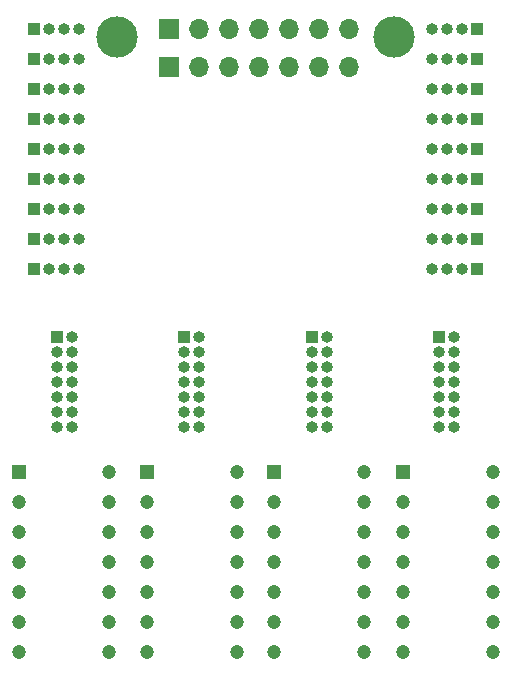
<source format=gbr>
%TF.GenerationSoftware,KiCad,Pcbnew,(6.0.10)*%
%TF.CreationDate,2023-01-31T16:55:15+01:00*%
%TF.ProjectId,LTP-305_dev_board,4c54502d-3330-4355-9f64-65765f626f61,rev?*%
%TF.SameCoordinates,Original*%
%TF.FileFunction,Soldermask,Bot*%
%TF.FilePolarity,Negative*%
%FSLAX46Y46*%
G04 Gerber Fmt 4.6, Leading zero omitted, Abs format (unit mm)*
G04 Created by KiCad (PCBNEW (6.0.10)) date 2023-01-31 16:55:15*
%MOMM*%
%LPD*%
G01*
G04 APERTURE LIST*
%ADD10R,1.200000X1.200000*%
%ADD11C,1.200000*%
%ADD12R,1.700000X1.700000*%
%ADD13O,1.700000X1.700000*%
%ADD14R,1.000000X1.000000*%
%ADD15O,1.000000X1.000000*%
%ADD16C,3.500000*%
G04 APERTURE END LIST*
D10*
%TO.C,DS4*%
X161417000Y-83820000D03*
D11*
X161417000Y-86360000D03*
X161417000Y-88900000D03*
X161417000Y-91440000D03*
X161417000Y-93980000D03*
X161417000Y-96520000D03*
X161417000Y-99060000D03*
X169037000Y-99060000D03*
X169037000Y-96520000D03*
X169037000Y-93980000D03*
X169037000Y-91440000D03*
X169037000Y-88900000D03*
X169037000Y-86360000D03*
X169037000Y-83820000D03*
%TD*%
D10*
%TO.C,DS3*%
X150495000Y-83820000D03*
D11*
X150495000Y-86360000D03*
X150495000Y-88900000D03*
X150495000Y-91440000D03*
X150495000Y-93980000D03*
X150495000Y-96520000D03*
X150495000Y-99060000D03*
X158115000Y-99060000D03*
X158115000Y-96520000D03*
X158115000Y-93980000D03*
X158115000Y-91440000D03*
X158115000Y-88900000D03*
X158115000Y-86360000D03*
X158115000Y-83820000D03*
%TD*%
D10*
%TO.C,DS2*%
X139700000Y-83820000D03*
D11*
X139700000Y-86360000D03*
X139700000Y-88900000D03*
X139700000Y-91440000D03*
X139700000Y-93980000D03*
X139700000Y-96520000D03*
X139700000Y-99060000D03*
X147320000Y-99060000D03*
X147320000Y-96520000D03*
X147320000Y-93980000D03*
X147320000Y-91440000D03*
X147320000Y-88900000D03*
X147320000Y-86360000D03*
X147320000Y-83820000D03*
%TD*%
D10*
%TO.C,DS1*%
X128905000Y-83820000D03*
D11*
X128905000Y-86360000D03*
X128905000Y-88900000D03*
X128905000Y-91440000D03*
X128905000Y-93980000D03*
X128905000Y-96520000D03*
X128905000Y-99060000D03*
X136525000Y-99060000D03*
X136525000Y-96520000D03*
X136525000Y-93980000D03*
X136525000Y-91440000D03*
X136525000Y-88900000D03*
X136525000Y-86360000D03*
X136525000Y-83820000D03*
%TD*%
D12*
%TO.C,J6*%
X141587500Y-49575000D03*
D13*
X144127500Y-49575000D03*
X146667500Y-49575000D03*
X149207500Y-49575000D03*
X151747500Y-49575000D03*
X154287500Y-49575000D03*
X156827500Y-49575000D03*
%TD*%
D14*
%TO.C,CB3*%
X167640000Y-61595000D03*
D15*
X166370000Y-61595000D03*
X165100000Y-61595000D03*
X163830000Y-61595000D03*
%TD*%
%TO.C,J3*%
X154950000Y-72375000D03*
X154950000Y-73645000D03*
X154950000Y-74915000D03*
X154950000Y-76185000D03*
X154950000Y-77455000D03*
X154950000Y-78725000D03*
X154950000Y-79995000D03*
X153680000Y-79995000D03*
X153680000Y-78725000D03*
X153680000Y-77455000D03*
X153680000Y-76185000D03*
X153680000Y-74915000D03*
X153680000Y-73645000D03*
D14*
X153680000Y-72375000D03*
%TD*%
%TO.C,CB9*%
X167640000Y-46355000D03*
D15*
X166370000Y-46355000D03*
X165100000Y-46355000D03*
X163830000Y-46355000D03*
%TD*%
D14*
%TO.C,CA4*%
X130175000Y-53975000D03*
D15*
X131445000Y-53975000D03*
X132715000Y-53975000D03*
X133985000Y-53975000D03*
%TD*%
D16*
%TO.C,*%
X160655000Y-46990000D03*
%TD*%
D15*
%TO.C,J2*%
X144155000Y-72375000D03*
X144155000Y-73645000D03*
X144155000Y-74915000D03*
X144155000Y-76185000D03*
X144155000Y-77455000D03*
X144155000Y-78725000D03*
X144155000Y-79995000D03*
X142885000Y-79995000D03*
X142885000Y-78725000D03*
X142885000Y-77455000D03*
X142885000Y-76185000D03*
X142885000Y-74915000D03*
X142885000Y-73645000D03*
D14*
X142885000Y-72375000D03*
%TD*%
%TO.C,CA3*%
X130175000Y-51435000D03*
D15*
X131445000Y-51435000D03*
X132715000Y-51435000D03*
X133985000Y-51435000D03*
%TD*%
D14*
%TO.C,CA1*%
X130175000Y-46355000D03*
D15*
X131445000Y-46355000D03*
X132715000Y-46355000D03*
X133985000Y-46355000D03*
%TD*%
D14*
%TO.C,CB4*%
X167640000Y-59055000D03*
D15*
X166370000Y-59055000D03*
X165100000Y-59055000D03*
X163830000Y-59055000D03*
%TD*%
D14*
%TO.C,CA5*%
X130175000Y-56515000D03*
D15*
X131445000Y-56515000D03*
X132715000Y-56515000D03*
X133985000Y-56515000D03*
%TD*%
D14*
%TO.C,J1*%
X132090000Y-72375000D03*
D15*
X132090000Y-73645000D03*
X132090000Y-74915000D03*
X132090000Y-76185000D03*
X132090000Y-77455000D03*
X132090000Y-78725000D03*
X132090000Y-79995000D03*
X133360000Y-79995000D03*
X133360000Y-78725000D03*
X133360000Y-77455000D03*
X133360000Y-76185000D03*
X133360000Y-74915000D03*
X133360000Y-73645000D03*
X133360000Y-72375000D03*
%TD*%
D14*
%TO.C,CB1*%
X167640000Y-66675000D03*
D15*
X166370000Y-66675000D03*
X165100000Y-66675000D03*
X163830000Y-66675000D03*
%TD*%
D14*
%TO.C,CB6*%
X167640000Y-53975000D03*
D15*
X166370000Y-53975000D03*
X165100000Y-53975000D03*
X163830000Y-53975000D03*
%TD*%
D14*
%TO.C,CB2*%
X167640000Y-64135000D03*
D15*
X166370000Y-64135000D03*
X165100000Y-64135000D03*
X163830000Y-64135000D03*
%TD*%
D14*
%TO.C,CA6*%
X130175000Y-59055000D03*
D15*
X131445000Y-59055000D03*
X132715000Y-59055000D03*
X133985000Y-59055000D03*
%TD*%
D14*
%TO.C,CA7*%
X130175000Y-61595000D03*
D15*
X131445000Y-61595000D03*
X132715000Y-61595000D03*
X133985000Y-61595000D03*
%TD*%
D14*
%TO.C,CA8*%
X130175000Y-64135000D03*
D15*
X131445000Y-64135000D03*
X132715000Y-64135000D03*
X133985000Y-64135000D03*
%TD*%
D16*
%TO.C,*%
X137160000Y-46990000D03*
%TD*%
D14*
%TO.C,CB8*%
X167640000Y-48895000D03*
D15*
X166370000Y-48895000D03*
X165100000Y-48895000D03*
X163830000Y-48895000D03*
%TD*%
D14*
%TO.C,CB5*%
X167640000Y-56515000D03*
D15*
X166370000Y-56515000D03*
X165100000Y-56515000D03*
X163830000Y-56515000D03*
%TD*%
D14*
%TO.C,CA2*%
X130175000Y-48895000D03*
D15*
X131445000Y-48895000D03*
X132715000Y-48895000D03*
X133985000Y-48895000D03*
%TD*%
D14*
%TO.C,J4*%
X164465000Y-72390000D03*
D15*
X164465000Y-73660000D03*
X164465000Y-74930000D03*
X164465000Y-76200000D03*
X164465000Y-77470000D03*
X164465000Y-78740000D03*
X164465000Y-80010000D03*
X165735000Y-80010000D03*
X165735000Y-78740000D03*
X165735000Y-77470000D03*
X165735000Y-76200000D03*
X165735000Y-74930000D03*
X165735000Y-73660000D03*
X165735000Y-72390000D03*
%TD*%
D12*
%TO.C,J5*%
X141605000Y-46355000D03*
D13*
X144145000Y-46355000D03*
X146685000Y-46355000D03*
X149225000Y-46355000D03*
X151765000Y-46355000D03*
X154305000Y-46355000D03*
X156845000Y-46355000D03*
%TD*%
D14*
%TO.C,CA9*%
X130175000Y-66675000D03*
D15*
X131445000Y-66675000D03*
X132715000Y-66675000D03*
X133985000Y-66675000D03*
%TD*%
D14*
%TO.C,CB7*%
X167640000Y-51435000D03*
D15*
X166370000Y-51435000D03*
X165100000Y-51435000D03*
X163830000Y-51435000D03*
%TD*%
M02*

</source>
